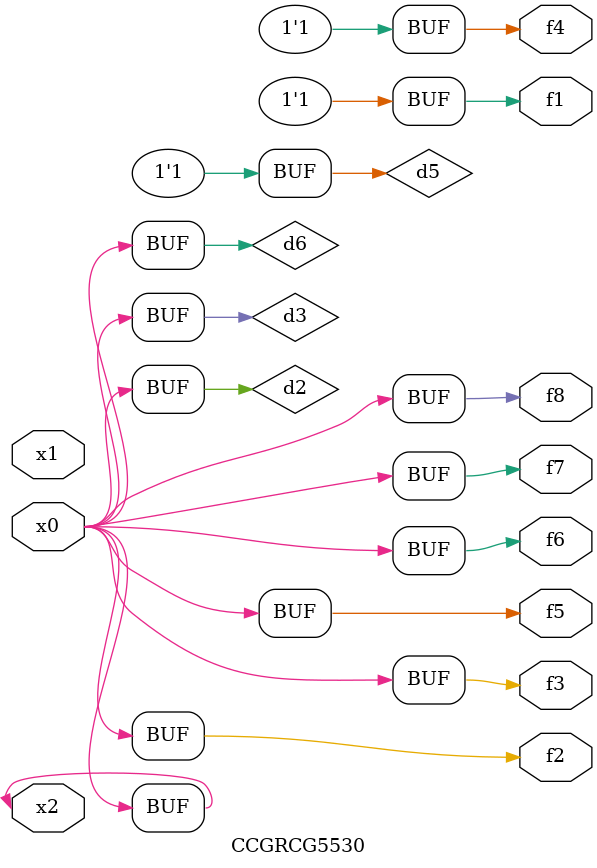
<source format=v>
module CCGRCG5530(
	input x0, x1, x2,
	output f1, f2, f3, f4, f5, f6, f7, f8
);

	wire d1, d2, d3, d4, d5, d6;

	xnor (d1, x2);
	buf (d2, x0, x2);
	and (d3, x0);
	xnor (d4, x1, x2);
	nand (d5, d1, d3);
	buf (d6, d2, d3);
	assign f1 = d5;
	assign f2 = d6;
	assign f3 = d6;
	assign f4 = d5;
	assign f5 = d6;
	assign f6 = d6;
	assign f7 = d6;
	assign f8 = d6;
endmodule

</source>
